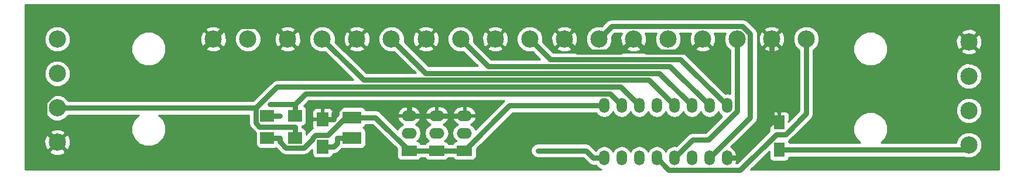
<source format=gbr>
G04 #@! TF.FileFunction,Copper,L1,Top,Signal*
%FSLAX46Y46*%
G04 Gerber Fmt 4.6, Leading zero omitted, Abs format (unit mm)*
G04 Created by KiCad (PCBNEW 4.0.6) date 02/01/18 18:05:22*
%MOMM*%
%LPD*%
G01*
G04 APERTURE LIST*
%ADD10C,0.100000*%
%ADD11O,1.501140X2.199640*%
%ADD12R,2.000000X1.700000*%
%ADD13C,2.500000*%
%ADD14R,2.697480X1.795780*%
%ADD15R,1.700000X2.000000*%
%ADD16R,2.199640X1.524000*%
%ADD17O,2.199640X1.524000*%
%ADD18R,1.600000X2.000000*%
%ADD19C,0.600000*%
%ADD20C,0.800000*%
%ADD21C,0.254000*%
G04 APERTURE END LIST*
D10*
D11*
X154264000Y-99194000D03*
X156804000Y-99194000D03*
X159344000Y-99194000D03*
X161884000Y-99194000D03*
X164424000Y-99194000D03*
X166964000Y-99194000D03*
X169504000Y-99194000D03*
X172044000Y-99194000D03*
X172044000Y-91574000D03*
X169504000Y-91574000D03*
X166964000Y-91574000D03*
X164424000Y-91574000D03*
X161884000Y-91574000D03*
X159344000Y-91574000D03*
X156804000Y-91574000D03*
X154264000Y-91574000D03*
D12*
X105554000Y-93034000D03*
X109554000Y-93034000D03*
X105554000Y-96284000D03*
X109554000Y-96284000D03*
D13*
X108504000Y-81884000D03*
X113504000Y-81884000D03*
X118504000Y-81884000D03*
X123504000Y-81884000D03*
X128504000Y-81884000D03*
X133504000Y-81884000D03*
X138504000Y-81884000D03*
X143504000Y-81884000D03*
X148504000Y-81884000D03*
X153504000Y-81884000D03*
X158504000Y-81884000D03*
X163504000Y-81884000D03*
X168504000Y-81884000D03*
X173504000Y-81884000D03*
X183504000Y-81884000D03*
X178504000Y-81884000D03*
X102754000Y-81884000D03*
X97754000Y-81884000D03*
D14*
X117804000Y-96282600D03*
X117804000Y-93285400D03*
D15*
X113554000Y-97534000D03*
X113554000Y-93534000D03*
D13*
X207010000Y-82289000D03*
X207010000Y-87289000D03*
X207010000Y-97289000D03*
X207010000Y-92289000D03*
X75184000Y-96908000D03*
X75184000Y-91908000D03*
X75184000Y-81908000D03*
X75184000Y-86908000D03*
D16*
X126054000Y-98124000D03*
D17*
X126054000Y-95584000D03*
X126054000Y-93044000D03*
D16*
X130054000Y-98124000D03*
D17*
X130054000Y-95584000D03*
X130054000Y-93044000D03*
D16*
X134054000Y-98124000D03*
D17*
X134054000Y-95584000D03*
X134054000Y-93044000D03*
D18*
X179578000Y-98012000D03*
X179578000Y-94012000D03*
D19*
X107354000Y-93034000D03*
X105898400Y-91384000D03*
X144683700Y-98109300D03*
D20*
X134054000Y-93044000D02*
X130054000Y-93044000D01*
X178504000Y-81884000D02*
X178504000Y-94012000D01*
X179578000Y-94012000D02*
X178591000Y-94012000D01*
X178591000Y-94012000D02*
X178504000Y-94012000D01*
X173594600Y-98921400D02*
X173594600Y-99194000D01*
X178504000Y-94012000D02*
X173594600Y-98921400D01*
X172044000Y-99194000D02*
X173594600Y-99194000D01*
X73330200Y-95054200D02*
X75184000Y-96908000D01*
X73330200Y-91074100D02*
X73330200Y-95054200D01*
X74996300Y-89408000D02*
X73330200Y-91074100D01*
X90230000Y-89408000D02*
X74996300Y-89408000D01*
X97754000Y-81884000D02*
X90230000Y-89408000D01*
X113554000Y-93534000D02*
X115204000Y-93534000D01*
X130054000Y-93044000D02*
X126054000Y-93044000D01*
X115204000Y-92709000D02*
X115204000Y-93534000D01*
X116431000Y-91482000D02*
X115204000Y-92709000D01*
X126054000Y-91482000D02*
X116431000Y-91482000D01*
X126054000Y-93044000D02*
X126054000Y-91482000D01*
X150355400Y-83735400D02*
X148504000Y-81884000D01*
X156652600Y-83735400D02*
X150355400Y-83735400D01*
X158504000Y-81884000D02*
X156652600Y-83735400D01*
X160355400Y-83735400D02*
X158504000Y-81884000D01*
X166652600Y-83735400D02*
X160355400Y-83735400D01*
X168504000Y-81884000D02*
X166652600Y-83735400D01*
X99610700Y-80027300D02*
X97754000Y-81884000D01*
X106647300Y-80027300D02*
X99610700Y-80027300D01*
X108504000Y-81884000D02*
X106647300Y-80027300D01*
X206287000Y-98012000D02*
X207010000Y-97289000D01*
X179578000Y-98012000D02*
X206287000Y-98012000D01*
X105554000Y-93034000D02*
X107354000Y-93034000D01*
X130054000Y-98124000D02*
X131953800Y-98124000D01*
X140604000Y-91574000D02*
X134054000Y-98124000D01*
X154264000Y-91574000D02*
X140604000Y-91574000D01*
X134054000Y-98124000D02*
X131953800Y-98124000D01*
X130054000Y-98124000D02*
X126054000Y-98124000D01*
X121215400Y-93285400D02*
X117804000Y-93285400D01*
X126054000Y-98124000D02*
X121215400Y-93285400D01*
X107354000Y-96828000D02*
X107354000Y-96284000D01*
X108260400Y-97734400D02*
X107354000Y-96828000D01*
X110823800Y-97734400D02*
X108260400Y-97734400D01*
X112103600Y-96454600D02*
X110823800Y-97734400D01*
X112103600Y-96271600D02*
X112103600Y-96454600D01*
X112541000Y-95834200D02*
X112103600Y-96271600D01*
X114350300Y-95834200D02*
X112541000Y-95834200D01*
X116899100Y-93285400D02*
X114350300Y-95834200D01*
X117804000Y-93285400D02*
X116899100Y-93285400D01*
X105554000Y-96284000D02*
X107354000Y-96284000D01*
X109554000Y-93034000D02*
X109554000Y-91384000D01*
X109554000Y-91384000D02*
X105898400Y-91384000D01*
X111075600Y-89862400D02*
X109554000Y-91384000D01*
X155092400Y-89862400D02*
X111075600Y-89862400D01*
X156804000Y-91574000D02*
X155092400Y-89862400D01*
X109554000Y-96284000D02*
X109554000Y-94634000D01*
X75184000Y-91908000D02*
X103941400Y-91908000D01*
X103941400Y-94122900D02*
X103941400Y-91908000D01*
X104452500Y-94634000D02*
X103941400Y-94122900D01*
X109554000Y-94634000D02*
X104452500Y-94634000D01*
X106991000Y-88858400D02*
X103941400Y-91908000D01*
X156628400Y-88858400D02*
X106991000Y-88858400D01*
X159344000Y-91574000D02*
X156628400Y-88858400D01*
X163631900Y-100941900D02*
X161884000Y-99194000D01*
X173952000Y-100941900D02*
X163631900Y-100941900D01*
X179140800Y-95753100D02*
X173952000Y-100941900D01*
X180497900Y-95753100D02*
X179140800Y-95753100D01*
X183504000Y-92747000D02*
X180497900Y-95753100D01*
X183504000Y-81884000D02*
X183504000Y-92747000D01*
X167045000Y-96573000D02*
X164424000Y-99194000D01*
X169334200Y-96573000D02*
X167045000Y-96573000D01*
X173504000Y-92403200D02*
X169334200Y-96573000D01*
X173504000Y-81884000D02*
X173504000Y-92403200D01*
X175387100Y-93310900D02*
X169504000Y-99194000D01*
X175387100Y-81118600D02*
X175387100Y-93310900D01*
X174287100Y-80018600D02*
X175387100Y-81118600D01*
X155369400Y-80018600D02*
X174287100Y-80018600D01*
X153504000Y-81884000D02*
X155369400Y-80018600D01*
X146477200Y-84857200D02*
X143504000Y-81884000D01*
X165327200Y-84857200D02*
X146477200Y-84857200D01*
X172044000Y-91574000D02*
X165327200Y-84857200D01*
X137477500Y-85857500D02*
X133504000Y-81884000D01*
X163787500Y-85857500D02*
X137477500Y-85857500D01*
X169504000Y-91574000D02*
X163787500Y-85857500D01*
X128477800Y-86857800D02*
X123504000Y-81884000D01*
X162247800Y-86857800D02*
X128477800Y-86857800D01*
X166964000Y-91574000D02*
X162247800Y-86857800D01*
X119478100Y-87858100D02*
X113504000Y-81884000D01*
X160708100Y-87858100D02*
X119478100Y-87858100D01*
X164424000Y-91574000D02*
X160708100Y-87858100D01*
X115655300Y-97082700D02*
X115204000Y-97534000D01*
X115655300Y-96282600D02*
X115655300Y-97082700D01*
X113554000Y-97534000D02*
X115204000Y-97534000D01*
X117804000Y-96282600D02*
X115655300Y-96282600D01*
X151628700Y-98109300D02*
X152713400Y-99194000D01*
X144683700Y-98109300D02*
X151628700Y-98109300D01*
X154264000Y-99194000D02*
X152713400Y-99194000D01*
D21*
G36*
X211380000Y-100890000D02*
X175467612Y-100890000D01*
X178130560Y-98227051D01*
X178130560Y-99012000D01*
X178174838Y-99247317D01*
X178313910Y-99463441D01*
X178526110Y-99608431D01*
X178778000Y-99659440D01*
X180378000Y-99659440D01*
X180613317Y-99615162D01*
X180829441Y-99476090D01*
X180974431Y-99263890D01*
X181018352Y-99047000D01*
X206286995Y-99047000D01*
X206287000Y-99047001D01*
X206314956Y-99041440D01*
X206633405Y-99173672D01*
X207383305Y-99174326D01*
X208076372Y-98887957D01*
X208607093Y-98358161D01*
X208894672Y-97665595D01*
X208895326Y-96915695D01*
X208608957Y-96222628D01*
X208079161Y-95691907D01*
X207386595Y-95404328D01*
X206636695Y-95403674D01*
X205943628Y-95690043D01*
X205412907Y-96219839D01*
X205125328Y-96912405D01*
X205125272Y-96977000D01*
X194318931Y-96977000D01*
X194891452Y-96405477D01*
X195270568Y-95492466D01*
X195271430Y-94503872D01*
X194893909Y-93590200D01*
X194195477Y-92890548D01*
X193645808Y-92662305D01*
X205124674Y-92662305D01*
X205411043Y-93355372D01*
X205940839Y-93886093D01*
X206633405Y-94173672D01*
X207383305Y-94174326D01*
X208076372Y-93887957D01*
X208607093Y-93358161D01*
X208894672Y-92665595D01*
X208895326Y-91915695D01*
X208608957Y-91222628D01*
X208079161Y-90691907D01*
X207386595Y-90404328D01*
X206636695Y-90403674D01*
X205943628Y-90690043D01*
X205412907Y-91219839D01*
X205125328Y-91912405D01*
X205124674Y-92662305D01*
X193645808Y-92662305D01*
X193282466Y-92511432D01*
X192293872Y-92510570D01*
X191380200Y-92888091D01*
X190680548Y-93586523D01*
X190301432Y-94499534D01*
X190300570Y-95488128D01*
X190678091Y-96401800D01*
X191252288Y-96977000D01*
X181018854Y-96977000D01*
X180981162Y-96776683D01*
X180924632Y-96688832D01*
X181229756Y-96484956D01*
X184235853Y-93478858D01*
X184235856Y-93478856D01*
X184444441Y-93166685D01*
X184460215Y-93143078D01*
X184539000Y-92747000D01*
X184539000Y-87662305D01*
X205124674Y-87662305D01*
X205411043Y-88355372D01*
X205940839Y-88886093D01*
X206633405Y-89173672D01*
X207383305Y-89174326D01*
X208076372Y-88887957D01*
X208607093Y-88358161D01*
X208894672Y-87665595D01*
X208895326Y-86915695D01*
X208608957Y-86222628D01*
X208079161Y-85691907D01*
X207386595Y-85404328D01*
X206636695Y-85403674D01*
X205943628Y-85690043D01*
X205412907Y-86219839D01*
X205125328Y-86912405D01*
X205124674Y-87662305D01*
X184539000Y-87662305D01*
X184539000Y-83804128D01*
X190300570Y-83804128D01*
X190678091Y-84717800D01*
X191376523Y-85417452D01*
X192289534Y-85796568D01*
X193278128Y-85797430D01*
X194191800Y-85419909D01*
X194891452Y-84721477D01*
X195270568Y-83808466D01*
X195270730Y-83622320D01*
X205856285Y-83622320D01*
X205985533Y-83915123D01*
X206685806Y-84183388D01*
X207435435Y-84163250D01*
X208034467Y-83915123D01*
X208163715Y-83622320D01*
X207010000Y-82468605D01*
X205856285Y-83622320D01*
X195270730Y-83622320D01*
X195271430Y-82819872D01*
X194918125Y-81964806D01*
X205115612Y-81964806D01*
X205135750Y-82714435D01*
X205383877Y-83313467D01*
X205676680Y-83442715D01*
X206830395Y-82289000D01*
X207189605Y-82289000D01*
X208343320Y-83442715D01*
X208636123Y-83313467D01*
X208904388Y-82613194D01*
X208884250Y-81863565D01*
X208636123Y-81264533D01*
X208343320Y-81135285D01*
X207189605Y-82289000D01*
X206830395Y-82289000D01*
X205676680Y-81135285D01*
X205383877Y-81264533D01*
X205115612Y-81964806D01*
X194918125Y-81964806D01*
X194893909Y-81906200D01*
X194195477Y-81206548D01*
X193591321Y-80955680D01*
X205856285Y-80955680D01*
X207010000Y-82109395D01*
X208163715Y-80955680D01*
X208034467Y-80662877D01*
X207334194Y-80394612D01*
X206584565Y-80414750D01*
X205985533Y-80662877D01*
X205856285Y-80955680D01*
X193591321Y-80955680D01*
X193282466Y-80827432D01*
X192293872Y-80826570D01*
X191380200Y-81204091D01*
X190680548Y-81902523D01*
X190301432Y-82815534D01*
X190300570Y-83804128D01*
X184539000Y-83804128D01*
X184539000Y-83495920D01*
X184570372Y-83482957D01*
X185101093Y-82953161D01*
X185388672Y-82260595D01*
X185389326Y-81510695D01*
X185102957Y-80817628D01*
X184573161Y-80286907D01*
X183880595Y-79999328D01*
X183130695Y-79998674D01*
X182437628Y-80285043D01*
X181906907Y-80814839D01*
X181619328Y-81507405D01*
X181618674Y-82257305D01*
X181905043Y-82950372D01*
X182434839Y-83481093D01*
X182469000Y-83495278D01*
X182469000Y-92318289D01*
X180902290Y-93884998D01*
X180854252Y-93884998D01*
X181013000Y-93726250D01*
X181013000Y-92885691D01*
X180916327Y-92652302D01*
X180737699Y-92473673D01*
X180504310Y-92377000D01*
X179863750Y-92377000D01*
X179705000Y-92535750D01*
X179705000Y-93885000D01*
X179725000Y-93885000D01*
X179725000Y-94139000D01*
X179705000Y-94139000D01*
X179705000Y-94159000D01*
X179451000Y-94159000D01*
X179451000Y-94139000D01*
X178301750Y-94139000D01*
X178143000Y-94297750D01*
X178143000Y-95138309D01*
X178186606Y-95243583D01*
X173523288Y-99906900D01*
X173359529Y-99906900D01*
X173429570Y-99670250D01*
X173429570Y-99321000D01*
X172171000Y-99321000D01*
X172171000Y-99341000D01*
X171917000Y-99341000D01*
X171917000Y-99321000D01*
X171897000Y-99321000D01*
X171897000Y-99067000D01*
X171917000Y-99067000D01*
X171917000Y-99047000D01*
X172171000Y-99047000D01*
X172171000Y-99067000D01*
X173429570Y-99067000D01*
X173429570Y-98717750D01*
X173275499Y-98197183D01*
X172933944Y-97775202D01*
X172579215Y-97582496D01*
X176118953Y-94042758D01*
X176118956Y-94042756D01*
X176343315Y-93706977D01*
X176349122Y-93677785D01*
X176422101Y-93310900D01*
X176422100Y-93310895D01*
X176422100Y-92885691D01*
X178143000Y-92885691D01*
X178143000Y-93726250D01*
X178301750Y-93885000D01*
X179451000Y-93885000D01*
X179451000Y-92535750D01*
X179292250Y-92377000D01*
X178651690Y-92377000D01*
X178418301Y-92473673D01*
X178239673Y-92652302D01*
X178143000Y-92885691D01*
X176422100Y-92885691D01*
X176422100Y-83217320D01*
X177350285Y-83217320D01*
X177479533Y-83510123D01*
X178179806Y-83778388D01*
X178929435Y-83758250D01*
X179528467Y-83510123D01*
X179657715Y-83217320D01*
X178504000Y-82063605D01*
X177350285Y-83217320D01*
X176422100Y-83217320D01*
X176422100Y-81559806D01*
X176609612Y-81559806D01*
X176629750Y-82309435D01*
X176877877Y-82908467D01*
X177170680Y-83037715D01*
X178324395Y-81884000D01*
X178683605Y-81884000D01*
X179837320Y-83037715D01*
X180130123Y-82908467D01*
X180398388Y-82208194D01*
X180378250Y-81458565D01*
X180130123Y-80859533D01*
X179837320Y-80730285D01*
X178683605Y-81884000D01*
X178324395Y-81884000D01*
X177170680Y-80730285D01*
X176877877Y-80859533D01*
X176609612Y-81559806D01*
X176422100Y-81559806D01*
X176422100Y-81118605D01*
X176422101Y-81118600D01*
X176343315Y-80722523D01*
X176228494Y-80550680D01*
X177350285Y-80550680D01*
X178504000Y-81704395D01*
X179657715Y-80550680D01*
X179528467Y-80257877D01*
X178828194Y-79989612D01*
X178078565Y-80009750D01*
X177479533Y-80257877D01*
X177350285Y-80550680D01*
X176228494Y-80550680D01*
X176118956Y-80386744D01*
X176118953Y-80386742D01*
X175018956Y-79286744D01*
X174683177Y-79062385D01*
X174287100Y-78983599D01*
X174287095Y-78983600D01*
X155369405Y-78983600D01*
X155369400Y-78983599D01*
X154973323Y-79062385D01*
X154637544Y-79286744D01*
X153911943Y-80012345D01*
X153880595Y-79999328D01*
X153130695Y-79998674D01*
X152437628Y-80285043D01*
X151906907Y-80814839D01*
X151619328Y-81507405D01*
X151618674Y-82257305D01*
X151905043Y-82950372D01*
X152434839Y-83481093D01*
X153127405Y-83768672D01*
X153877305Y-83769326D01*
X154570372Y-83482957D01*
X154836472Y-83217320D01*
X157350285Y-83217320D01*
X157479533Y-83510123D01*
X158179806Y-83778388D01*
X158929435Y-83758250D01*
X159528467Y-83510123D01*
X159657715Y-83217320D01*
X158504000Y-82063605D01*
X157350285Y-83217320D01*
X154836472Y-83217320D01*
X155101093Y-82953161D01*
X155388672Y-82260595D01*
X155389326Y-81510695D01*
X155375201Y-81476511D01*
X155798112Y-81053600D01*
X156803533Y-81053600D01*
X156609612Y-81559806D01*
X156629750Y-82309435D01*
X156877877Y-82908467D01*
X157170680Y-83037715D01*
X158324395Y-81884000D01*
X158310253Y-81869858D01*
X158489858Y-81690253D01*
X158504000Y-81704395D01*
X158518143Y-81690253D01*
X158697748Y-81869858D01*
X158683605Y-81884000D01*
X159837320Y-83037715D01*
X160130123Y-82908467D01*
X160398388Y-82208194D01*
X160378250Y-81458565D01*
X160210508Y-81053600D01*
X161807765Y-81053600D01*
X161619328Y-81507405D01*
X161618674Y-82257305D01*
X161905043Y-82950372D01*
X162434839Y-83481093D01*
X163127405Y-83768672D01*
X163877305Y-83769326D01*
X164570372Y-83482957D01*
X164836472Y-83217320D01*
X167350285Y-83217320D01*
X167479533Y-83510123D01*
X168179806Y-83778388D01*
X168929435Y-83758250D01*
X169528467Y-83510123D01*
X169657715Y-83217320D01*
X168504000Y-82063605D01*
X167350285Y-83217320D01*
X164836472Y-83217320D01*
X165101093Y-82953161D01*
X165388672Y-82260595D01*
X165389326Y-81510695D01*
X165200458Y-81053600D01*
X166803533Y-81053600D01*
X166609612Y-81559806D01*
X166629750Y-82309435D01*
X166877877Y-82908467D01*
X167170680Y-83037715D01*
X168324395Y-81884000D01*
X168310253Y-81869858D01*
X168489858Y-81690253D01*
X168504000Y-81704395D01*
X168518143Y-81690253D01*
X168697748Y-81869858D01*
X168683605Y-81884000D01*
X169837320Y-83037715D01*
X170130123Y-82908467D01*
X170398388Y-82208194D01*
X170378250Y-81458565D01*
X170210508Y-81053600D01*
X171807765Y-81053600D01*
X171619328Y-81507405D01*
X171618674Y-82257305D01*
X171905043Y-82950372D01*
X172434839Y-83481093D01*
X172469000Y-83495278D01*
X172469000Y-89889731D01*
X172044000Y-89805193D01*
X171789523Y-89855812D01*
X166059056Y-84125344D01*
X165723277Y-83900985D01*
X165327200Y-83822199D01*
X165327195Y-83822200D01*
X146905911Y-83822200D01*
X146301032Y-83217320D01*
X147350285Y-83217320D01*
X147479533Y-83510123D01*
X148179806Y-83778388D01*
X148929435Y-83758250D01*
X149528467Y-83510123D01*
X149657715Y-83217320D01*
X148504000Y-82063605D01*
X147350285Y-83217320D01*
X146301032Y-83217320D01*
X145375655Y-82291943D01*
X145388672Y-82260595D01*
X145389283Y-81559806D01*
X146609612Y-81559806D01*
X146629750Y-82309435D01*
X146877877Y-82908467D01*
X147170680Y-83037715D01*
X148324395Y-81884000D01*
X148683605Y-81884000D01*
X149837320Y-83037715D01*
X150130123Y-82908467D01*
X150398388Y-82208194D01*
X150378250Y-81458565D01*
X150130123Y-80859533D01*
X149837320Y-80730285D01*
X148683605Y-81884000D01*
X148324395Y-81884000D01*
X147170680Y-80730285D01*
X146877877Y-80859533D01*
X146609612Y-81559806D01*
X145389283Y-81559806D01*
X145389326Y-81510695D01*
X145102957Y-80817628D01*
X144836475Y-80550680D01*
X147350285Y-80550680D01*
X148504000Y-81704395D01*
X149657715Y-80550680D01*
X149528467Y-80257877D01*
X148828194Y-79989612D01*
X148078565Y-80009750D01*
X147479533Y-80257877D01*
X147350285Y-80550680D01*
X144836475Y-80550680D01*
X144573161Y-80286907D01*
X143880595Y-79999328D01*
X143130695Y-79998674D01*
X142437628Y-80285043D01*
X141906907Y-80814839D01*
X141619328Y-81507405D01*
X141618674Y-82257305D01*
X141905043Y-82950372D01*
X142434839Y-83481093D01*
X143127405Y-83768672D01*
X143877305Y-83769326D01*
X143911490Y-83755201D01*
X144978789Y-84822500D01*
X137906211Y-84822500D01*
X136301032Y-83217320D01*
X137350285Y-83217320D01*
X137479533Y-83510123D01*
X138179806Y-83778388D01*
X138929435Y-83758250D01*
X139528467Y-83510123D01*
X139657715Y-83217320D01*
X138504000Y-82063605D01*
X137350285Y-83217320D01*
X136301032Y-83217320D01*
X135375655Y-82291943D01*
X135388672Y-82260595D01*
X135389283Y-81559806D01*
X136609612Y-81559806D01*
X136629750Y-82309435D01*
X136877877Y-82908467D01*
X137170680Y-83037715D01*
X138324395Y-81884000D01*
X138683605Y-81884000D01*
X139837320Y-83037715D01*
X140130123Y-82908467D01*
X140398388Y-82208194D01*
X140378250Y-81458565D01*
X140130123Y-80859533D01*
X139837320Y-80730285D01*
X138683605Y-81884000D01*
X138324395Y-81884000D01*
X137170680Y-80730285D01*
X136877877Y-80859533D01*
X136609612Y-81559806D01*
X135389283Y-81559806D01*
X135389326Y-81510695D01*
X135102957Y-80817628D01*
X134836475Y-80550680D01*
X137350285Y-80550680D01*
X138504000Y-81704395D01*
X139657715Y-80550680D01*
X139528467Y-80257877D01*
X138828194Y-79989612D01*
X138078565Y-80009750D01*
X137479533Y-80257877D01*
X137350285Y-80550680D01*
X134836475Y-80550680D01*
X134573161Y-80286907D01*
X133880595Y-79999328D01*
X133130695Y-79998674D01*
X132437628Y-80285043D01*
X131906907Y-80814839D01*
X131619328Y-81507405D01*
X131618674Y-82257305D01*
X131905043Y-82950372D01*
X132434839Y-83481093D01*
X133127405Y-83768672D01*
X133877305Y-83769326D01*
X133911490Y-83755201D01*
X135979089Y-85822800D01*
X128906511Y-85822800D01*
X126301032Y-83217320D01*
X127350285Y-83217320D01*
X127479533Y-83510123D01*
X128179806Y-83778388D01*
X128929435Y-83758250D01*
X129528467Y-83510123D01*
X129657715Y-83217320D01*
X128504000Y-82063605D01*
X127350285Y-83217320D01*
X126301032Y-83217320D01*
X125375655Y-82291943D01*
X125388672Y-82260595D01*
X125389283Y-81559806D01*
X126609612Y-81559806D01*
X126629750Y-82309435D01*
X126877877Y-82908467D01*
X127170680Y-83037715D01*
X128324395Y-81884000D01*
X128683605Y-81884000D01*
X129837320Y-83037715D01*
X130130123Y-82908467D01*
X130398388Y-82208194D01*
X130378250Y-81458565D01*
X130130123Y-80859533D01*
X129837320Y-80730285D01*
X128683605Y-81884000D01*
X128324395Y-81884000D01*
X127170680Y-80730285D01*
X126877877Y-80859533D01*
X126609612Y-81559806D01*
X125389283Y-81559806D01*
X125389326Y-81510695D01*
X125102957Y-80817628D01*
X124836475Y-80550680D01*
X127350285Y-80550680D01*
X128504000Y-81704395D01*
X129657715Y-80550680D01*
X129528467Y-80257877D01*
X128828194Y-79989612D01*
X128078565Y-80009750D01*
X127479533Y-80257877D01*
X127350285Y-80550680D01*
X124836475Y-80550680D01*
X124573161Y-80286907D01*
X123880595Y-79999328D01*
X123130695Y-79998674D01*
X122437628Y-80285043D01*
X121906907Y-80814839D01*
X121619328Y-81507405D01*
X121618674Y-82257305D01*
X121905043Y-82950372D01*
X122434839Y-83481093D01*
X123127405Y-83768672D01*
X123877305Y-83769326D01*
X123911490Y-83755201D01*
X126979389Y-86823100D01*
X119906811Y-86823100D01*
X116301032Y-83217320D01*
X117350285Y-83217320D01*
X117479533Y-83510123D01*
X118179806Y-83778388D01*
X118929435Y-83758250D01*
X119528467Y-83510123D01*
X119657715Y-83217320D01*
X118504000Y-82063605D01*
X117350285Y-83217320D01*
X116301032Y-83217320D01*
X115375655Y-82291943D01*
X115388672Y-82260595D01*
X115389283Y-81559806D01*
X116609612Y-81559806D01*
X116629750Y-82309435D01*
X116877877Y-82908467D01*
X117170680Y-83037715D01*
X118324395Y-81884000D01*
X118683605Y-81884000D01*
X119837320Y-83037715D01*
X120130123Y-82908467D01*
X120398388Y-82208194D01*
X120378250Y-81458565D01*
X120130123Y-80859533D01*
X119837320Y-80730285D01*
X118683605Y-81884000D01*
X118324395Y-81884000D01*
X117170680Y-80730285D01*
X116877877Y-80859533D01*
X116609612Y-81559806D01*
X115389283Y-81559806D01*
X115389326Y-81510695D01*
X115102957Y-80817628D01*
X114836475Y-80550680D01*
X117350285Y-80550680D01*
X118504000Y-81704395D01*
X119657715Y-80550680D01*
X119528467Y-80257877D01*
X118828194Y-79989612D01*
X118078565Y-80009750D01*
X117479533Y-80257877D01*
X117350285Y-80550680D01*
X114836475Y-80550680D01*
X114573161Y-80286907D01*
X113880595Y-79999328D01*
X113130695Y-79998674D01*
X112437628Y-80285043D01*
X111906907Y-80814839D01*
X111619328Y-81507405D01*
X111618674Y-82257305D01*
X111905043Y-82950372D01*
X112434839Y-83481093D01*
X113127405Y-83768672D01*
X113877305Y-83769326D01*
X113911489Y-83755201D01*
X117979689Y-87823400D01*
X106991005Y-87823400D01*
X106991000Y-87823399D01*
X106642104Y-87892800D01*
X106594923Y-87902185D01*
X106259144Y-88126544D01*
X106259142Y-88126547D01*
X103512688Y-90873000D01*
X76795920Y-90873000D01*
X76782957Y-90841628D01*
X76253161Y-90310907D01*
X75560595Y-90023328D01*
X74810695Y-90022674D01*
X74117628Y-90309043D01*
X73586907Y-90838839D01*
X73299328Y-91531405D01*
X73298674Y-92281305D01*
X73585043Y-92974372D01*
X74114839Y-93505093D01*
X74807405Y-93792672D01*
X75557305Y-93793326D01*
X76250372Y-93506957D01*
X76781093Y-92977161D01*
X76795278Y-92943000D01*
X86931195Y-92943000D01*
X86286548Y-93586523D01*
X85907432Y-94499534D01*
X85906570Y-95488128D01*
X86284091Y-96401800D01*
X86982523Y-97101452D01*
X87895534Y-97480568D01*
X88884128Y-97481430D01*
X89797800Y-97103909D01*
X90497452Y-96405477D01*
X90876568Y-95492466D01*
X90877430Y-94503872D01*
X90499909Y-93590200D01*
X89853838Y-92943000D01*
X102906400Y-92943000D01*
X102906400Y-94122895D01*
X102906399Y-94122900D01*
X102985185Y-94518977D01*
X103209544Y-94854756D01*
X103720642Y-95365853D01*
X103720644Y-95365856D01*
X103906560Y-95490080D01*
X103906560Y-97134000D01*
X103950838Y-97369317D01*
X104089910Y-97585441D01*
X104302110Y-97730431D01*
X104554000Y-97781440D01*
X106554000Y-97781440D01*
X106789317Y-97737162D01*
X106795483Y-97733194D01*
X107528542Y-98466253D01*
X107528544Y-98466256D01*
X107682314Y-98569001D01*
X107864322Y-98690615D01*
X108260400Y-98769401D01*
X108260405Y-98769400D01*
X110823795Y-98769400D01*
X110823800Y-98769401D01*
X111219877Y-98690615D01*
X111555656Y-98466256D01*
X112056560Y-97965352D01*
X112056560Y-98534000D01*
X112100838Y-98769317D01*
X112239910Y-98985441D01*
X112452110Y-99130431D01*
X112704000Y-99181440D01*
X114404000Y-99181440D01*
X114639317Y-99137162D01*
X114855441Y-98998090D01*
X115000431Y-98785890D01*
X115044352Y-98569000D01*
X115203995Y-98569000D01*
X115204000Y-98569001D01*
X115600077Y-98490215D01*
X115935856Y-98265856D01*
X116387153Y-97814558D01*
X116387156Y-97814556D01*
X116387402Y-97814188D01*
X116455260Y-97827930D01*
X119152740Y-97827930D01*
X119388057Y-97783652D01*
X119604181Y-97644580D01*
X119749171Y-97432380D01*
X119800180Y-97180490D01*
X119800180Y-95384710D01*
X119755902Y-95149393D01*
X119616830Y-94933269D01*
X119404630Y-94788279D01*
X119389864Y-94785289D01*
X119604181Y-94647380D01*
X119749171Y-94435180D01*
X119772415Y-94320400D01*
X120786688Y-94320400D01*
X124306740Y-97840451D01*
X124306740Y-98886000D01*
X124351018Y-99121317D01*
X124490090Y-99337441D01*
X124702290Y-99482431D01*
X124954180Y-99533440D01*
X127153820Y-99533440D01*
X127389137Y-99489162D01*
X127605261Y-99350090D01*
X127735827Y-99159000D01*
X128375266Y-99159000D01*
X128490090Y-99337441D01*
X128702290Y-99482431D01*
X128954180Y-99533440D01*
X131153820Y-99533440D01*
X131389137Y-99489162D01*
X131605261Y-99350090D01*
X131735827Y-99159000D01*
X132375266Y-99159000D01*
X132490090Y-99337441D01*
X132702290Y-99482431D01*
X132954180Y-99533440D01*
X135153820Y-99533440D01*
X135389137Y-99489162D01*
X135605261Y-99350090D01*
X135750251Y-99137890D01*
X135801260Y-98886000D01*
X135801260Y-97840452D01*
X141032711Y-92609000D01*
X153065103Y-92609000D01*
X153284254Y-92936983D01*
X153733765Y-93237337D01*
X154264000Y-93342807D01*
X154794235Y-93237337D01*
X155243746Y-92936983D01*
X155534000Y-92502588D01*
X155824254Y-92936983D01*
X156273765Y-93237337D01*
X156804000Y-93342807D01*
X157334235Y-93237337D01*
X157783746Y-92936983D01*
X158074000Y-92502588D01*
X158364254Y-92936983D01*
X158813765Y-93237337D01*
X159344000Y-93342807D01*
X159874235Y-93237337D01*
X160323746Y-92936983D01*
X160614000Y-92502588D01*
X160904254Y-92936983D01*
X161353765Y-93237337D01*
X161884000Y-93342807D01*
X162414235Y-93237337D01*
X162863746Y-92936983D01*
X163154000Y-92502588D01*
X163444254Y-92936983D01*
X163893765Y-93237337D01*
X164424000Y-93342807D01*
X164954235Y-93237337D01*
X165403746Y-92936983D01*
X165694000Y-92502588D01*
X165984254Y-92936983D01*
X166433765Y-93237337D01*
X166964000Y-93342807D01*
X167494235Y-93237337D01*
X167943746Y-92936983D01*
X168234000Y-92502588D01*
X168524254Y-92936983D01*
X168973765Y-93237337D01*
X169504000Y-93342807D01*
X170034235Y-93237337D01*
X170483746Y-92936983D01*
X170774000Y-92502588D01*
X171064254Y-92936983D01*
X171329364Y-93114124D01*
X168905488Y-95538000D01*
X167045005Y-95538000D01*
X167045000Y-95537999D01*
X166648923Y-95616785D01*
X166313144Y-95841144D01*
X166313142Y-95841147D01*
X164678477Y-97475811D01*
X164424000Y-97425193D01*
X163893765Y-97530663D01*
X163444254Y-97831017D01*
X163154000Y-98265412D01*
X162863746Y-97831017D01*
X162414235Y-97530663D01*
X161884000Y-97425193D01*
X161353765Y-97530663D01*
X160904254Y-97831017D01*
X160614000Y-98265412D01*
X160323746Y-97831017D01*
X159874235Y-97530663D01*
X159344000Y-97425193D01*
X158813765Y-97530663D01*
X158364254Y-97831017D01*
X158074000Y-98265412D01*
X157783746Y-97831017D01*
X157334235Y-97530663D01*
X156804000Y-97425193D01*
X156273765Y-97530663D01*
X155824254Y-97831017D01*
X155534000Y-98265412D01*
X155243746Y-97831017D01*
X154794235Y-97530663D01*
X154264000Y-97425193D01*
X153733765Y-97530663D01*
X153284254Y-97831017D01*
X153095948Y-98112837D01*
X152360556Y-97377444D01*
X152024777Y-97153085D01*
X151628700Y-97074299D01*
X151628695Y-97074300D01*
X144683700Y-97074300D01*
X144287623Y-97153085D01*
X143951844Y-97377444D01*
X143727485Y-97713223D01*
X143648700Y-98109300D01*
X143727485Y-98505377D01*
X143951844Y-98841156D01*
X144287623Y-99065515D01*
X144683700Y-99144300D01*
X151199988Y-99144300D01*
X151981542Y-99925853D01*
X151981544Y-99925856D01*
X152182829Y-100060349D01*
X152317322Y-100150215D01*
X152713400Y-100229000D01*
X153065103Y-100229000D01*
X153284254Y-100556983D01*
X153733765Y-100857337D01*
X153897973Y-100890000D01*
X70560000Y-100890000D01*
X70560000Y-98241320D01*
X74030285Y-98241320D01*
X74159533Y-98534123D01*
X74859806Y-98802388D01*
X75609435Y-98782250D01*
X76208467Y-98534123D01*
X76337715Y-98241320D01*
X75184000Y-97087605D01*
X74030285Y-98241320D01*
X70560000Y-98241320D01*
X70560000Y-96583806D01*
X73289612Y-96583806D01*
X73309750Y-97333435D01*
X73557877Y-97932467D01*
X73850680Y-98061715D01*
X75004395Y-96908000D01*
X75363605Y-96908000D01*
X76517320Y-98061715D01*
X76810123Y-97932467D01*
X77078388Y-97232194D01*
X77058250Y-96482565D01*
X76810123Y-95883533D01*
X76517320Y-95754285D01*
X75363605Y-96908000D01*
X75004395Y-96908000D01*
X73850680Y-95754285D01*
X73557877Y-95883533D01*
X73289612Y-96583806D01*
X70560000Y-96583806D01*
X70560000Y-95574680D01*
X74030285Y-95574680D01*
X75184000Y-96728395D01*
X76337715Y-95574680D01*
X76208467Y-95281877D01*
X75508194Y-95013612D01*
X74758565Y-95033750D01*
X74159533Y-95281877D01*
X74030285Y-95574680D01*
X70560000Y-95574680D01*
X70560000Y-87281305D01*
X73298674Y-87281305D01*
X73585043Y-87974372D01*
X74114839Y-88505093D01*
X74807405Y-88792672D01*
X75557305Y-88793326D01*
X76250372Y-88506957D01*
X76781093Y-87977161D01*
X77068672Y-87284595D01*
X77069326Y-86534695D01*
X76782957Y-85841628D01*
X76253161Y-85310907D01*
X75560595Y-85023328D01*
X74810695Y-85022674D01*
X74117628Y-85309043D01*
X73586907Y-85838839D01*
X73299328Y-86531405D01*
X73298674Y-87281305D01*
X70560000Y-87281305D01*
X70560000Y-83804128D01*
X85906570Y-83804128D01*
X86284091Y-84717800D01*
X86982523Y-85417452D01*
X87895534Y-85796568D01*
X88884128Y-85797430D01*
X89797800Y-85419909D01*
X90497452Y-84721477D01*
X90876568Y-83808466D01*
X90877083Y-83217320D01*
X96600285Y-83217320D01*
X96729533Y-83510123D01*
X97429806Y-83778388D01*
X98179435Y-83758250D01*
X98778467Y-83510123D01*
X98907715Y-83217320D01*
X97754000Y-82063605D01*
X96600285Y-83217320D01*
X90877083Y-83217320D01*
X90877430Y-82819872D01*
X90499909Y-81906200D01*
X90154120Y-81559806D01*
X95859612Y-81559806D01*
X95879750Y-82309435D01*
X96127877Y-82908467D01*
X96420680Y-83037715D01*
X97574395Y-81884000D01*
X97933605Y-81884000D01*
X99087320Y-83037715D01*
X99380123Y-82908467D01*
X99629574Y-82257305D01*
X100868674Y-82257305D01*
X101155043Y-82950372D01*
X101684839Y-83481093D01*
X102377405Y-83768672D01*
X103127305Y-83769326D01*
X103820372Y-83482957D01*
X104086472Y-83217320D01*
X107350285Y-83217320D01*
X107479533Y-83510123D01*
X108179806Y-83778388D01*
X108929435Y-83758250D01*
X109528467Y-83510123D01*
X109657715Y-83217320D01*
X108504000Y-82063605D01*
X107350285Y-83217320D01*
X104086472Y-83217320D01*
X104351093Y-82953161D01*
X104638672Y-82260595D01*
X104639283Y-81559806D01*
X106609612Y-81559806D01*
X106629750Y-82309435D01*
X106877877Y-82908467D01*
X107170680Y-83037715D01*
X108324395Y-81884000D01*
X108683605Y-81884000D01*
X109837320Y-83037715D01*
X110130123Y-82908467D01*
X110398388Y-82208194D01*
X110378250Y-81458565D01*
X110130123Y-80859533D01*
X109837320Y-80730285D01*
X108683605Y-81884000D01*
X108324395Y-81884000D01*
X107170680Y-80730285D01*
X106877877Y-80859533D01*
X106609612Y-81559806D01*
X104639283Y-81559806D01*
X104639326Y-81510695D01*
X104352957Y-80817628D01*
X104086475Y-80550680D01*
X107350285Y-80550680D01*
X108504000Y-81704395D01*
X109657715Y-80550680D01*
X109528467Y-80257877D01*
X108828194Y-79989612D01*
X108078565Y-80009750D01*
X107479533Y-80257877D01*
X107350285Y-80550680D01*
X104086475Y-80550680D01*
X103823161Y-80286907D01*
X103130595Y-79999328D01*
X102380695Y-79998674D01*
X101687628Y-80285043D01*
X101156907Y-80814839D01*
X100869328Y-81507405D01*
X100868674Y-82257305D01*
X99629574Y-82257305D01*
X99648388Y-82208194D01*
X99628250Y-81458565D01*
X99380123Y-80859533D01*
X99087320Y-80730285D01*
X97933605Y-81884000D01*
X97574395Y-81884000D01*
X96420680Y-80730285D01*
X96127877Y-80859533D01*
X95859612Y-81559806D01*
X90154120Y-81559806D01*
X89801477Y-81206548D01*
X88888466Y-80827432D01*
X87899872Y-80826570D01*
X86986200Y-81204091D01*
X86286548Y-81902523D01*
X85907432Y-82815534D01*
X85906570Y-83804128D01*
X70560000Y-83804128D01*
X70560000Y-82281305D01*
X73298674Y-82281305D01*
X73585043Y-82974372D01*
X74114839Y-83505093D01*
X74807405Y-83792672D01*
X75557305Y-83793326D01*
X76250372Y-83506957D01*
X76781093Y-82977161D01*
X77068672Y-82284595D01*
X77069326Y-81534695D01*
X76782957Y-80841628D01*
X76492517Y-80550680D01*
X96600285Y-80550680D01*
X97754000Y-81704395D01*
X98907715Y-80550680D01*
X98778467Y-80257877D01*
X98078194Y-79989612D01*
X97328565Y-80009750D01*
X96729533Y-80257877D01*
X96600285Y-80550680D01*
X76492517Y-80550680D01*
X76253161Y-80310907D01*
X75560595Y-80023328D01*
X74810695Y-80022674D01*
X74117628Y-80309043D01*
X73586907Y-80838839D01*
X73299328Y-81531405D01*
X73298674Y-82281305D01*
X70560000Y-82281305D01*
X70560000Y-76910000D01*
X211380000Y-76910000D01*
X211380000Y-100890000D01*
X211380000Y-100890000D01*
G37*
X211380000Y-100890000D02*
X175467612Y-100890000D01*
X178130560Y-98227051D01*
X178130560Y-99012000D01*
X178174838Y-99247317D01*
X178313910Y-99463441D01*
X178526110Y-99608431D01*
X178778000Y-99659440D01*
X180378000Y-99659440D01*
X180613317Y-99615162D01*
X180829441Y-99476090D01*
X180974431Y-99263890D01*
X181018352Y-99047000D01*
X206286995Y-99047000D01*
X206287000Y-99047001D01*
X206314956Y-99041440D01*
X206633405Y-99173672D01*
X207383305Y-99174326D01*
X208076372Y-98887957D01*
X208607093Y-98358161D01*
X208894672Y-97665595D01*
X208895326Y-96915695D01*
X208608957Y-96222628D01*
X208079161Y-95691907D01*
X207386595Y-95404328D01*
X206636695Y-95403674D01*
X205943628Y-95690043D01*
X205412907Y-96219839D01*
X205125328Y-96912405D01*
X205125272Y-96977000D01*
X194318931Y-96977000D01*
X194891452Y-96405477D01*
X195270568Y-95492466D01*
X195271430Y-94503872D01*
X194893909Y-93590200D01*
X194195477Y-92890548D01*
X193645808Y-92662305D01*
X205124674Y-92662305D01*
X205411043Y-93355372D01*
X205940839Y-93886093D01*
X206633405Y-94173672D01*
X207383305Y-94174326D01*
X208076372Y-93887957D01*
X208607093Y-93358161D01*
X208894672Y-92665595D01*
X208895326Y-91915695D01*
X208608957Y-91222628D01*
X208079161Y-90691907D01*
X207386595Y-90404328D01*
X206636695Y-90403674D01*
X205943628Y-90690043D01*
X205412907Y-91219839D01*
X205125328Y-91912405D01*
X205124674Y-92662305D01*
X193645808Y-92662305D01*
X193282466Y-92511432D01*
X192293872Y-92510570D01*
X191380200Y-92888091D01*
X190680548Y-93586523D01*
X190301432Y-94499534D01*
X190300570Y-95488128D01*
X190678091Y-96401800D01*
X191252288Y-96977000D01*
X181018854Y-96977000D01*
X180981162Y-96776683D01*
X180924632Y-96688832D01*
X181229756Y-96484956D01*
X184235853Y-93478858D01*
X184235856Y-93478856D01*
X184444441Y-93166685D01*
X184460215Y-93143078D01*
X184539000Y-92747000D01*
X184539000Y-87662305D01*
X205124674Y-87662305D01*
X205411043Y-88355372D01*
X205940839Y-88886093D01*
X206633405Y-89173672D01*
X207383305Y-89174326D01*
X208076372Y-88887957D01*
X208607093Y-88358161D01*
X208894672Y-87665595D01*
X208895326Y-86915695D01*
X208608957Y-86222628D01*
X208079161Y-85691907D01*
X207386595Y-85404328D01*
X206636695Y-85403674D01*
X205943628Y-85690043D01*
X205412907Y-86219839D01*
X205125328Y-86912405D01*
X205124674Y-87662305D01*
X184539000Y-87662305D01*
X184539000Y-83804128D01*
X190300570Y-83804128D01*
X190678091Y-84717800D01*
X191376523Y-85417452D01*
X192289534Y-85796568D01*
X193278128Y-85797430D01*
X194191800Y-85419909D01*
X194891452Y-84721477D01*
X195270568Y-83808466D01*
X195270730Y-83622320D01*
X205856285Y-83622320D01*
X205985533Y-83915123D01*
X206685806Y-84183388D01*
X207435435Y-84163250D01*
X208034467Y-83915123D01*
X208163715Y-83622320D01*
X207010000Y-82468605D01*
X205856285Y-83622320D01*
X195270730Y-83622320D01*
X195271430Y-82819872D01*
X194918125Y-81964806D01*
X205115612Y-81964806D01*
X205135750Y-82714435D01*
X205383877Y-83313467D01*
X205676680Y-83442715D01*
X206830395Y-82289000D01*
X207189605Y-82289000D01*
X208343320Y-83442715D01*
X208636123Y-83313467D01*
X208904388Y-82613194D01*
X208884250Y-81863565D01*
X208636123Y-81264533D01*
X208343320Y-81135285D01*
X207189605Y-82289000D01*
X206830395Y-82289000D01*
X205676680Y-81135285D01*
X205383877Y-81264533D01*
X205115612Y-81964806D01*
X194918125Y-81964806D01*
X194893909Y-81906200D01*
X194195477Y-81206548D01*
X193591321Y-80955680D01*
X205856285Y-80955680D01*
X207010000Y-82109395D01*
X208163715Y-80955680D01*
X208034467Y-80662877D01*
X207334194Y-80394612D01*
X206584565Y-80414750D01*
X205985533Y-80662877D01*
X205856285Y-80955680D01*
X193591321Y-80955680D01*
X193282466Y-80827432D01*
X192293872Y-80826570D01*
X191380200Y-81204091D01*
X190680548Y-81902523D01*
X190301432Y-82815534D01*
X190300570Y-83804128D01*
X184539000Y-83804128D01*
X184539000Y-83495920D01*
X184570372Y-83482957D01*
X185101093Y-82953161D01*
X185388672Y-82260595D01*
X185389326Y-81510695D01*
X185102957Y-80817628D01*
X184573161Y-80286907D01*
X183880595Y-79999328D01*
X183130695Y-79998674D01*
X182437628Y-80285043D01*
X181906907Y-80814839D01*
X181619328Y-81507405D01*
X181618674Y-82257305D01*
X181905043Y-82950372D01*
X182434839Y-83481093D01*
X182469000Y-83495278D01*
X182469000Y-92318289D01*
X180902290Y-93884998D01*
X180854252Y-93884998D01*
X181013000Y-93726250D01*
X181013000Y-92885691D01*
X180916327Y-92652302D01*
X180737699Y-92473673D01*
X180504310Y-92377000D01*
X179863750Y-92377000D01*
X179705000Y-92535750D01*
X179705000Y-93885000D01*
X179725000Y-93885000D01*
X179725000Y-94139000D01*
X179705000Y-94139000D01*
X179705000Y-94159000D01*
X179451000Y-94159000D01*
X179451000Y-94139000D01*
X178301750Y-94139000D01*
X178143000Y-94297750D01*
X178143000Y-95138309D01*
X178186606Y-95243583D01*
X173523288Y-99906900D01*
X173359529Y-99906900D01*
X173429570Y-99670250D01*
X173429570Y-99321000D01*
X172171000Y-99321000D01*
X172171000Y-99341000D01*
X171917000Y-99341000D01*
X171917000Y-99321000D01*
X171897000Y-99321000D01*
X171897000Y-99067000D01*
X171917000Y-99067000D01*
X171917000Y-99047000D01*
X172171000Y-99047000D01*
X172171000Y-99067000D01*
X173429570Y-99067000D01*
X173429570Y-98717750D01*
X173275499Y-98197183D01*
X172933944Y-97775202D01*
X172579215Y-97582496D01*
X176118953Y-94042758D01*
X176118956Y-94042756D01*
X176343315Y-93706977D01*
X176349122Y-93677785D01*
X176422101Y-93310900D01*
X176422100Y-93310895D01*
X176422100Y-92885691D01*
X178143000Y-92885691D01*
X178143000Y-93726250D01*
X178301750Y-93885000D01*
X179451000Y-93885000D01*
X179451000Y-92535750D01*
X179292250Y-92377000D01*
X178651690Y-92377000D01*
X178418301Y-92473673D01*
X178239673Y-92652302D01*
X178143000Y-92885691D01*
X176422100Y-92885691D01*
X176422100Y-83217320D01*
X177350285Y-83217320D01*
X177479533Y-83510123D01*
X178179806Y-83778388D01*
X178929435Y-83758250D01*
X179528467Y-83510123D01*
X179657715Y-83217320D01*
X178504000Y-82063605D01*
X177350285Y-83217320D01*
X176422100Y-83217320D01*
X176422100Y-81559806D01*
X176609612Y-81559806D01*
X176629750Y-82309435D01*
X176877877Y-82908467D01*
X177170680Y-83037715D01*
X178324395Y-81884000D01*
X178683605Y-81884000D01*
X179837320Y-83037715D01*
X180130123Y-82908467D01*
X180398388Y-82208194D01*
X180378250Y-81458565D01*
X180130123Y-80859533D01*
X179837320Y-80730285D01*
X178683605Y-81884000D01*
X178324395Y-81884000D01*
X177170680Y-80730285D01*
X176877877Y-80859533D01*
X176609612Y-81559806D01*
X176422100Y-81559806D01*
X176422100Y-81118605D01*
X176422101Y-81118600D01*
X176343315Y-80722523D01*
X176228494Y-80550680D01*
X177350285Y-80550680D01*
X178504000Y-81704395D01*
X179657715Y-80550680D01*
X179528467Y-80257877D01*
X178828194Y-79989612D01*
X178078565Y-80009750D01*
X177479533Y-80257877D01*
X177350285Y-80550680D01*
X176228494Y-80550680D01*
X176118956Y-80386744D01*
X176118953Y-80386742D01*
X175018956Y-79286744D01*
X174683177Y-79062385D01*
X174287100Y-78983599D01*
X174287095Y-78983600D01*
X155369405Y-78983600D01*
X155369400Y-78983599D01*
X154973323Y-79062385D01*
X154637544Y-79286744D01*
X153911943Y-80012345D01*
X153880595Y-79999328D01*
X153130695Y-79998674D01*
X152437628Y-80285043D01*
X151906907Y-80814839D01*
X151619328Y-81507405D01*
X151618674Y-82257305D01*
X151905043Y-82950372D01*
X152434839Y-83481093D01*
X153127405Y-83768672D01*
X153877305Y-83769326D01*
X154570372Y-83482957D01*
X154836472Y-83217320D01*
X157350285Y-83217320D01*
X157479533Y-83510123D01*
X158179806Y-83778388D01*
X158929435Y-83758250D01*
X159528467Y-83510123D01*
X159657715Y-83217320D01*
X158504000Y-82063605D01*
X157350285Y-83217320D01*
X154836472Y-83217320D01*
X155101093Y-82953161D01*
X155388672Y-82260595D01*
X155389326Y-81510695D01*
X155375201Y-81476511D01*
X155798112Y-81053600D01*
X156803533Y-81053600D01*
X156609612Y-81559806D01*
X156629750Y-82309435D01*
X156877877Y-82908467D01*
X157170680Y-83037715D01*
X158324395Y-81884000D01*
X158310253Y-81869858D01*
X158489858Y-81690253D01*
X158504000Y-81704395D01*
X158518143Y-81690253D01*
X158697748Y-81869858D01*
X158683605Y-81884000D01*
X159837320Y-83037715D01*
X160130123Y-82908467D01*
X160398388Y-82208194D01*
X160378250Y-81458565D01*
X160210508Y-81053600D01*
X161807765Y-81053600D01*
X161619328Y-81507405D01*
X161618674Y-82257305D01*
X161905043Y-82950372D01*
X162434839Y-83481093D01*
X163127405Y-83768672D01*
X163877305Y-83769326D01*
X164570372Y-83482957D01*
X164836472Y-83217320D01*
X167350285Y-83217320D01*
X167479533Y-83510123D01*
X168179806Y-83778388D01*
X168929435Y-83758250D01*
X169528467Y-83510123D01*
X169657715Y-83217320D01*
X168504000Y-82063605D01*
X167350285Y-83217320D01*
X164836472Y-83217320D01*
X165101093Y-82953161D01*
X165388672Y-82260595D01*
X165389326Y-81510695D01*
X165200458Y-81053600D01*
X166803533Y-81053600D01*
X166609612Y-81559806D01*
X166629750Y-82309435D01*
X166877877Y-82908467D01*
X167170680Y-83037715D01*
X168324395Y-81884000D01*
X168310253Y-81869858D01*
X168489858Y-81690253D01*
X168504000Y-81704395D01*
X168518143Y-81690253D01*
X168697748Y-81869858D01*
X168683605Y-81884000D01*
X169837320Y-83037715D01*
X170130123Y-82908467D01*
X170398388Y-82208194D01*
X170378250Y-81458565D01*
X170210508Y-81053600D01*
X171807765Y-81053600D01*
X171619328Y-81507405D01*
X171618674Y-82257305D01*
X171905043Y-82950372D01*
X172434839Y-83481093D01*
X172469000Y-83495278D01*
X172469000Y-89889731D01*
X172044000Y-89805193D01*
X171789523Y-89855812D01*
X166059056Y-84125344D01*
X165723277Y-83900985D01*
X165327200Y-83822199D01*
X165327195Y-83822200D01*
X146905911Y-83822200D01*
X146301032Y-83217320D01*
X147350285Y-83217320D01*
X147479533Y-83510123D01*
X148179806Y-83778388D01*
X148929435Y-83758250D01*
X149528467Y-83510123D01*
X149657715Y-83217320D01*
X148504000Y-82063605D01*
X147350285Y-83217320D01*
X146301032Y-83217320D01*
X145375655Y-82291943D01*
X145388672Y-82260595D01*
X145389283Y-81559806D01*
X146609612Y-81559806D01*
X146629750Y-82309435D01*
X146877877Y-82908467D01*
X147170680Y-83037715D01*
X148324395Y-81884000D01*
X148683605Y-81884000D01*
X149837320Y-83037715D01*
X150130123Y-82908467D01*
X150398388Y-82208194D01*
X150378250Y-81458565D01*
X150130123Y-80859533D01*
X149837320Y-80730285D01*
X148683605Y-81884000D01*
X148324395Y-81884000D01*
X147170680Y-80730285D01*
X146877877Y-80859533D01*
X146609612Y-81559806D01*
X145389283Y-81559806D01*
X145389326Y-81510695D01*
X145102957Y-80817628D01*
X144836475Y-80550680D01*
X147350285Y-80550680D01*
X148504000Y-81704395D01*
X149657715Y-80550680D01*
X149528467Y-80257877D01*
X148828194Y-79989612D01*
X148078565Y-80009750D01*
X147479533Y-80257877D01*
X147350285Y-80550680D01*
X144836475Y-80550680D01*
X144573161Y-80286907D01*
X143880595Y-79999328D01*
X143130695Y-79998674D01*
X142437628Y-80285043D01*
X141906907Y-80814839D01*
X141619328Y-81507405D01*
X141618674Y-82257305D01*
X141905043Y-82950372D01*
X142434839Y-83481093D01*
X143127405Y-83768672D01*
X143877305Y-83769326D01*
X143911490Y-83755201D01*
X144978789Y-84822500D01*
X137906211Y-84822500D01*
X136301032Y-83217320D01*
X137350285Y-83217320D01*
X137479533Y-83510123D01*
X138179806Y-83778388D01*
X138929435Y-83758250D01*
X139528467Y-83510123D01*
X139657715Y-83217320D01*
X138504000Y-82063605D01*
X137350285Y-83217320D01*
X136301032Y-83217320D01*
X135375655Y-82291943D01*
X135388672Y-82260595D01*
X135389283Y-81559806D01*
X136609612Y-81559806D01*
X136629750Y-82309435D01*
X136877877Y-82908467D01*
X137170680Y-83037715D01*
X138324395Y-81884000D01*
X138683605Y-81884000D01*
X139837320Y-83037715D01*
X140130123Y-82908467D01*
X140398388Y-82208194D01*
X140378250Y-81458565D01*
X140130123Y-80859533D01*
X139837320Y-80730285D01*
X138683605Y-81884000D01*
X138324395Y-81884000D01*
X137170680Y-80730285D01*
X136877877Y-80859533D01*
X136609612Y-81559806D01*
X135389283Y-81559806D01*
X135389326Y-81510695D01*
X135102957Y-80817628D01*
X134836475Y-80550680D01*
X137350285Y-80550680D01*
X138504000Y-81704395D01*
X139657715Y-80550680D01*
X139528467Y-80257877D01*
X138828194Y-79989612D01*
X138078565Y-80009750D01*
X137479533Y-80257877D01*
X137350285Y-80550680D01*
X134836475Y-80550680D01*
X134573161Y-80286907D01*
X133880595Y-79999328D01*
X133130695Y-79998674D01*
X132437628Y-80285043D01*
X131906907Y-80814839D01*
X131619328Y-81507405D01*
X131618674Y-82257305D01*
X131905043Y-82950372D01*
X132434839Y-83481093D01*
X133127405Y-83768672D01*
X133877305Y-83769326D01*
X133911490Y-83755201D01*
X135979089Y-85822800D01*
X128906511Y-85822800D01*
X126301032Y-83217320D01*
X127350285Y-83217320D01*
X127479533Y-83510123D01*
X128179806Y-83778388D01*
X128929435Y-83758250D01*
X129528467Y-83510123D01*
X129657715Y-83217320D01*
X128504000Y-82063605D01*
X127350285Y-83217320D01*
X126301032Y-83217320D01*
X125375655Y-82291943D01*
X125388672Y-82260595D01*
X125389283Y-81559806D01*
X126609612Y-81559806D01*
X126629750Y-82309435D01*
X126877877Y-82908467D01*
X127170680Y-83037715D01*
X128324395Y-81884000D01*
X128683605Y-81884000D01*
X129837320Y-83037715D01*
X130130123Y-82908467D01*
X130398388Y-82208194D01*
X130378250Y-81458565D01*
X130130123Y-80859533D01*
X129837320Y-80730285D01*
X128683605Y-81884000D01*
X128324395Y-81884000D01*
X127170680Y-80730285D01*
X126877877Y-80859533D01*
X126609612Y-81559806D01*
X125389283Y-81559806D01*
X125389326Y-81510695D01*
X125102957Y-80817628D01*
X124836475Y-80550680D01*
X127350285Y-80550680D01*
X128504000Y-81704395D01*
X129657715Y-80550680D01*
X129528467Y-80257877D01*
X128828194Y-79989612D01*
X128078565Y-80009750D01*
X127479533Y-80257877D01*
X127350285Y-80550680D01*
X124836475Y-80550680D01*
X124573161Y-80286907D01*
X123880595Y-79999328D01*
X123130695Y-79998674D01*
X122437628Y-80285043D01*
X121906907Y-80814839D01*
X121619328Y-81507405D01*
X121618674Y-82257305D01*
X121905043Y-82950372D01*
X122434839Y-83481093D01*
X123127405Y-83768672D01*
X123877305Y-83769326D01*
X123911490Y-83755201D01*
X126979389Y-86823100D01*
X119906811Y-86823100D01*
X116301032Y-83217320D01*
X117350285Y-83217320D01*
X117479533Y-83510123D01*
X118179806Y-83778388D01*
X118929435Y-83758250D01*
X119528467Y-83510123D01*
X119657715Y-83217320D01*
X118504000Y-82063605D01*
X117350285Y-83217320D01*
X116301032Y-83217320D01*
X115375655Y-82291943D01*
X115388672Y-82260595D01*
X115389283Y-81559806D01*
X116609612Y-81559806D01*
X116629750Y-82309435D01*
X116877877Y-82908467D01*
X117170680Y-83037715D01*
X118324395Y-81884000D01*
X118683605Y-81884000D01*
X119837320Y-83037715D01*
X120130123Y-82908467D01*
X120398388Y-82208194D01*
X120378250Y-81458565D01*
X120130123Y-80859533D01*
X119837320Y-80730285D01*
X118683605Y-81884000D01*
X118324395Y-81884000D01*
X117170680Y-80730285D01*
X116877877Y-80859533D01*
X116609612Y-81559806D01*
X115389283Y-81559806D01*
X115389326Y-81510695D01*
X115102957Y-80817628D01*
X114836475Y-80550680D01*
X117350285Y-80550680D01*
X118504000Y-81704395D01*
X119657715Y-80550680D01*
X119528467Y-80257877D01*
X118828194Y-79989612D01*
X118078565Y-80009750D01*
X117479533Y-80257877D01*
X117350285Y-80550680D01*
X114836475Y-80550680D01*
X114573161Y-80286907D01*
X113880595Y-79999328D01*
X113130695Y-79998674D01*
X112437628Y-80285043D01*
X111906907Y-80814839D01*
X111619328Y-81507405D01*
X111618674Y-82257305D01*
X111905043Y-82950372D01*
X112434839Y-83481093D01*
X113127405Y-83768672D01*
X113877305Y-83769326D01*
X113911489Y-83755201D01*
X117979689Y-87823400D01*
X106991005Y-87823400D01*
X106991000Y-87823399D01*
X106642104Y-87892800D01*
X106594923Y-87902185D01*
X106259144Y-88126544D01*
X106259142Y-88126547D01*
X103512688Y-90873000D01*
X76795920Y-90873000D01*
X76782957Y-90841628D01*
X76253161Y-90310907D01*
X75560595Y-90023328D01*
X74810695Y-90022674D01*
X74117628Y-90309043D01*
X73586907Y-90838839D01*
X73299328Y-91531405D01*
X73298674Y-92281305D01*
X73585043Y-92974372D01*
X74114839Y-93505093D01*
X74807405Y-93792672D01*
X75557305Y-93793326D01*
X76250372Y-93506957D01*
X76781093Y-92977161D01*
X76795278Y-92943000D01*
X86931195Y-92943000D01*
X86286548Y-93586523D01*
X85907432Y-94499534D01*
X85906570Y-95488128D01*
X86284091Y-96401800D01*
X86982523Y-97101452D01*
X87895534Y-97480568D01*
X88884128Y-97481430D01*
X89797800Y-97103909D01*
X90497452Y-96405477D01*
X90876568Y-95492466D01*
X90877430Y-94503872D01*
X90499909Y-93590200D01*
X89853838Y-92943000D01*
X102906400Y-92943000D01*
X102906400Y-94122895D01*
X102906399Y-94122900D01*
X102985185Y-94518977D01*
X103209544Y-94854756D01*
X103720642Y-95365853D01*
X103720644Y-95365856D01*
X103906560Y-95490080D01*
X103906560Y-97134000D01*
X103950838Y-97369317D01*
X104089910Y-97585441D01*
X104302110Y-97730431D01*
X104554000Y-97781440D01*
X106554000Y-97781440D01*
X106789317Y-97737162D01*
X106795483Y-97733194D01*
X107528542Y-98466253D01*
X107528544Y-98466256D01*
X107682314Y-98569001D01*
X107864322Y-98690615D01*
X108260400Y-98769401D01*
X108260405Y-98769400D01*
X110823795Y-98769400D01*
X110823800Y-98769401D01*
X111219877Y-98690615D01*
X111555656Y-98466256D01*
X112056560Y-97965352D01*
X112056560Y-98534000D01*
X112100838Y-98769317D01*
X112239910Y-98985441D01*
X112452110Y-99130431D01*
X112704000Y-99181440D01*
X114404000Y-99181440D01*
X114639317Y-99137162D01*
X114855441Y-98998090D01*
X115000431Y-98785890D01*
X115044352Y-98569000D01*
X115203995Y-98569000D01*
X115204000Y-98569001D01*
X115600077Y-98490215D01*
X115935856Y-98265856D01*
X116387153Y-97814558D01*
X116387156Y-97814556D01*
X116387402Y-97814188D01*
X116455260Y-97827930D01*
X119152740Y-97827930D01*
X119388057Y-97783652D01*
X119604181Y-97644580D01*
X119749171Y-97432380D01*
X119800180Y-97180490D01*
X119800180Y-95384710D01*
X119755902Y-95149393D01*
X119616830Y-94933269D01*
X119404630Y-94788279D01*
X119389864Y-94785289D01*
X119604181Y-94647380D01*
X119749171Y-94435180D01*
X119772415Y-94320400D01*
X120786688Y-94320400D01*
X124306740Y-97840451D01*
X124306740Y-98886000D01*
X124351018Y-99121317D01*
X124490090Y-99337441D01*
X124702290Y-99482431D01*
X124954180Y-99533440D01*
X127153820Y-99533440D01*
X127389137Y-99489162D01*
X127605261Y-99350090D01*
X127735827Y-99159000D01*
X128375266Y-99159000D01*
X128490090Y-99337441D01*
X128702290Y-99482431D01*
X128954180Y-99533440D01*
X131153820Y-99533440D01*
X131389137Y-99489162D01*
X131605261Y-99350090D01*
X131735827Y-99159000D01*
X132375266Y-99159000D01*
X132490090Y-99337441D01*
X132702290Y-99482431D01*
X132954180Y-99533440D01*
X135153820Y-99533440D01*
X135389137Y-99489162D01*
X135605261Y-99350090D01*
X135750251Y-99137890D01*
X135801260Y-98886000D01*
X135801260Y-97840452D01*
X141032711Y-92609000D01*
X153065103Y-92609000D01*
X153284254Y-92936983D01*
X153733765Y-93237337D01*
X154264000Y-93342807D01*
X154794235Y-93237337D01*
X155243746Y-92936983D01*
X155534000Y-92502588D01*
X155824254Y-92936983D01*
X156273765Y-93237337D01*
X156804000Y-93342807D01*
X157334235Y-93237337D01*
X157783746Y-92936983D01*
X158074000Y-92502588D01*
X158364254Y-92936983D01*
X158813765Y-93237337D01*
X159344000Y-93342807D01*
X159874235Y-93237337D01*
X160323746Y-92936983D01*
X160614000Y-92502588D01*
X160904254Y-92936983D01*
X161353765Y-93237337D01*
X161884000Y-93342807D01*
X162414235Y-93237337D01*
X162863746Y-92936983D01*
X163154000Y-92502588D01*
X163444254Y-92936983D01*
X163893765Y-93237337D01*
X164424000Y-93342807D01*
X164954235Y-93237337D01*
X165403746Y-92936983D01*
X165694000Y-92502588D01*
X165984254Y-92936983D01*
X166433765Y-93237337D01*
X166964000Y-93342807D01*
X167494235Y-93237337D01*
X167943746Y-92936983D01*
X168234000Y-92502588D01*
X168524254Y-92936983D01*
X168973765Y-93237337D01*
X169504000Y-93342807D01*
X170034235Y-93237337D01*
X170483746Y-92936983D01*
X170774000Y-92502588D01*
X171064254Y-92936983D01*
X171329364Y-93114124D01*
X168905488Y-95538000D01*
X167045005Y-95538000D01*
X167045000Y-95537999D01*
X166648923Y-95616785D01*
X166313144Y-95841144D01*
X166313142Y-95841147D01*
X164678477Y-97475811D01*
X164424000Y-97425193D01*
X163893765Y-97530663D01*
X163444254Y-97831017D01*
X163154000Y-98265412D01*
X162863746Y-97831017D01*
X162414235Y-97530663D01*
X161884000Y-97425193D01*
X161353765Y-97530663D01*
X160904254Y-97831017D01*
X160614000Y-98265412D01*
X160323746Y-97831017D01*
X159874235Y-97530663D01*
X159344000Y-97425193D01*
X158813765Y-97530663D01*
X158364254Y-97831017D01*
X158074000Y-98265412D01*
X157783746Y-97831017D01*
X157334235Y-97530663D01*
X156804000Y-97425193D01*
X156273765Y-97530663D01*
X155824254Y-97831017D01*
X155534000Y-98265412D01*
X155243746Y-97831017D01*
X154794235Y-97530663D01*
X154264000Y-97425193D01*
X153733765Y-97530663D01*
X153284254Y-97831017D01*
X153095948Y-98112837D01*
X152360556Y-97377444D01*
X152024777Y-97153085D01*
X151628700Y-97074299D01*
X151628695Y-97074300D01*
X144683700Y-97074300D01*
X144287623Y-97153085D01*
X143951844Y-97377444D01*
X143727485Y-97713223D01*
X143648700Y-98109300D01*
X143727485Y-98505377D01*
X143951844Y-98841156D01*
X144287623Y-99065515D01*
X144683700Y-99144300D01*
X151199988Y-99144300D01*
X151981542Y-99925853D01*
X151981544Y-99925856D01*
X152182829Y-100060349D01*
X152317322Y-100150215D01*
X152713400Y-100229000D01*
X153065103Y-100229000D01*
X153284254Y-100556983D01*
X153733765Y-100857337D01*
X153897973Y-100890000D01*
X70560000Y-100890000D01*
X70560000Y-98241320D01*
X74030285Y-98241320D01*
X74159533Y-98534123D01*
X74859806Y-98802388D01*
X75609435Y-98782250D01*
X76208467Y-98534123D01*
X76337715Y-98241320D01*
X75184000Y-97087605D01*
X74030285Y-98241320D01*
X70560000Y-98241320D01*
X70560000Y-96583806D01*
X73289612Y-96583806D01*
X73309750Y-97333435D01*
X73557877Y-97932467D01*
X73850680Y-98061715D01*
X75004395Y-96908000D01*
X75363605Y-96908000D01*
X76517320Y-98061715D01*
X76810123Y-97932467D01*
X77078388Y-97232194D01*
X77058250Y-96482565D01*
X76810123Y-95883533D01*
X76517320Y-95754285D01*
X75363605Y-96908000D01*
X75004395Y-96908000D01*
X73850680Y-95754285D01*
X73557877Y-95883533D01*
X73289612Y-96583806D01*
X70560000Y-96583806D01*
X70560000Y-95574680D01*
X74030285Y-95574680D01*
X75184000Y-96728395D01*
X76337715Y-95574680D01*
X76208467Y-95281877D01*
X75508194Y-95013612D01*
X74758565Y-95033750D01*
X74159533Y-95281877D01*
X74030285Y-95574680D01*
X70560000Y-95574680D01*
X70560000Y-87281305D01*
X73298674Y-87281305D01*
X73585043Y-87974372D01*
X74114839Y-88505093D01*
X74807405Y-88792672D01*
X75557305Y-88793326D01*
X76250372Y-88506957D01*
X76781093Y-87977161D01*
X77068672Y-87284595D01*
X77069326Y-86534695D01*
X76782957Y-85841628D01*
X76253161Y-85310907D01*
X75560595Y-85023328D01*
X74810695Y-85022674D01*
X74117628Y-85309043D01*
X73586907Y-85838839D01*
X73299328Y-86531405D01*
X73298674Y-87281305D01*
X70560000Y-87281305D01*
X70560000Y-83804128D01*
X85906570Y-83804128D01*
X86284091Y-84717800D01*
X86982523Y-85417452D01*
X87895534Y-85796568D01*
X88884128Y-85797430D01*
X89797800Y-85419909D01*
X90497452Y-84721477D01*
X90876568Y-83808466D01*
X90877083Y-83217320D01*
X96600285Y-83217320D01*
X96729533Y-83510123D01*
X97429806Y-83778388D01*
X98179435Y-83758250D01*
X98778467Y-83510123D01*
X98907715Y-83217320D01*
X97754000Y-82063605D01*
X96600285Y-83217320D01*
X90877083Y-83217320D01*
X90877430Y-82819872D01*
X90499909Y-81906200D01*
X90154120Y-81559806D01*
X95859612Y-81559806D01*
X95879750Y-82309435D01*
X96127877Y-82908467D01*
X96420680Y-83037715D01*
X97574395Y-81884000D01*
X97933605Y-81884000D01*
X99087320Y-83037715D01*
X99380123Y-82908467D01*
X99629574Y-82257305D01*
X100868674Y-82257305D01*
X101155043Y-82950372D01*
X101684839Y-83481093D01*
X102377405Y-83768672D01*
X103127305Y-83769326D01*
X103820372Y-83482957D01*
X104086472Y-83217320D01*
X107350285Y-83217320D01*
X107479533Y-83510123D01*
X108179806Y-83778388D01*
X108929435Y-83758250D01*
X109528467Y-83510123D01*
X109657715Y-83217320D01*
X108504000Y-82063605D01*
X107350285Y-83217320D01*
X104086472Y-83217320D01*
X104351093Y-82953161D01*
X104638672Y-82260595D01*
X104639283Y-81559806D01*
X106609612Y-81559806D01*
X106629750Y-82309435D01*
X106877877Y-82908467D01*
X107170680Y-83037715D01*
X108324395Y-81884000D01*
X108683605Y-81884000D01*
X109837320Y-83037715D01*
X110130123Y-82908467D01*
X110398388Y-82208194D01*
X110378250Y-81458565D01*
X110130123Y-80859533D01*
X109837320Y-80730285D01*
X108683605Y-81884000D01*
X108324395Y-81884000D01*
X107170680Y-80730285D01*
X106877877Y-80859533D01*
X106609612Y-81559806D01*
X104639283Y-81559806D01*
X104639326Y-81510695D01*
X104352957Y-80817628D01*
X104086475Y-80550680D01*
X107350285Y-80550680D01*
X108504000Y-81704395D01*
X109657715Y-80550680D01*
X109528467Y-80257877D01*
X108828194Y-79989612D01*
X108078565Y-80009750D01*
X107479533Y-80257877D01*
X107350285Y-80550680D01*
X104086475Y-80550680D01*
X103823161Y-80286907D01*
X103130595Y-79999328D01*
X102380695Y-79998674D01*
X101687628Y-80285043D01*
X101156907Y-80814839D01*
X100869328Y-81507405D01*
X100868674Y-82257305D01*
X99629574Y-82257305D01*
X99648388Y-82208194D01*
X99628250Y-81458565D01*
X99380123Y-80859533D01*
X99087320Y-80730285D01*
X97933605Y-81884000D01*
X97574395Y-81884000D01*
X96420680Y-80730285D01*
X96127877Y-80859533D01*
X95859612Y-81559806D01*
X90154120Y-81559806D01*
X89801477Y-81206548D01*
X88888466Y-80827432D01*
X87899872Y-80826570D01*
X86986200Y-81204091D01*
X86286548Y-81902523D01*
X85907432Y-82815534D01*
X85906570Y-83804128D01*
X70560000Y-83804128D01*
X70560000Y-82281305D01*
X73298674Y-82281305D01*
X73585043Y-82974372D01*
X74114839Y-83505093D01*
X74807405Y-83792672D01*
X75557305Y-83793326D01*
X76250372Y-83506957D01*
X76781093Y-82977161D01*
X77068672Y-82284595D01*
X77069326Y-81534695D01*
X76782957Y-80841628D01*
X76492517Y-80550680D01*
X96600285Y-80550680D01*
X97754000Y-81704395D01*
X98907715Y-80550680D01*
X98778467Y-80257877D01*
X98078194Y-79989612D01*
X97328565Y-80009750D01*
X96729533Y-80257877D01*
X96600285Y-80550680D01*
X76492517Y-80550680D01*
X76253161Y-80310907D01*
X75560595Y-80023328D01*
X74810695Y-80022674D01*
X74117628Y-80309043D01*
X73586907Y-80838839D01*
X73299328Y-81531405D01*
X73298674Y-82281305D01*
X70560000Y-82281305D01*
X70560000Y-76910000D01*
X211380000Y-76910000D01*
X211380000Y-100890000D01*
G36*
X135695811Y-95018477D02*
X135413635Y-94596172D01*
X134978394Y-94305353D01*
X135043761Y-94286059D01*
X135469450Y-93942026D01*
X135731080Y-93461277D01*
X135746040Y-93387070D01*
X135623540Y-93171000D01*
X134181000Y-93171000D01*
X134181000Y-93191000D01*
X133927000Y-93191000D01*
X133927000Y-93171000D01*
X132484460Y-93171000D01*
X132361960Y-93387070D01*
X132376920Y-93461277D01*
X132638550Y-93942026D01*
X133064239Y-94286059D01*
X133129606Y-94305353D01*
X132694365Y-94596172D01*
X132391533Y-95049391D01*
X132285193Y-95584000D01*
X132391533Y-96118609D01*
X132694365Y-96571828D01*
X132918130Y-96721343D01*
X132718863Y-96758838D01*
X132502739Y-96897910D01*
X132372173Y-97089000D01*
X131732734Y-97089000D01*
X131617910Y-96910559D01*
X131405710Y-96765569D01*
X131189276Y-96721740D01*
X131413635Y-96571828D01*
X131716467Y-96118609D01*
X131822807Y-95584000D01*
X131716467Y-95049391D01*
X131413635Y-94596172D01*
X130978394Y-94305353D01*
X131043761Y-94286059D01*
X131469450Y-93942026D01*
X131731080Y-93461277D01*
X131746040Y-93387070D01*
X131623540Y-93171000D01*
X130181000Y-93171000D01*
X130181000Y-93191000D01*
X129927000Y-93191000D01*
X129927000Y-93171000D01*
X128484460Y-93171000D01*
X128361960Y-93387070D01*
X128376920Y-93461277D01*
X128638550Y-93942026D01*
X129064239Y-94286059D01*
X129129606Y-94305353D01*
X128694365Y-94596172D01*
X128391533Y-95049391D01*
X128285193Y-95584000D01*
X128391533Y-96118609D01*
X128694365Y-96571828D01*
X128918130Y-96721343D01*
X128718863Y-96758838D01*
X128502739Y-96897910D01*
X128372173Y-97089000D01*
X127732734Y-97089000D01*
X127617910Y-96910559D01*
X127405710Y-96765569D01*
X127189276Y-96721740D01*
X127413635Y-96571828D01*
X127716467Y-96118609D01*
X127822807Y-95584000D01*
X127716467Y-95049391D01*
X127413635Y-94596172D01*
X126978394Y-94305353D01*
X127043761Y-94286059D01*
X127469450Y-93942026D01*
X127731080Y-93461277D01*
X127746040Y-93387070D01*
X127623540Y-93171000D01*
X126181000Y-93171000D01*
X126181000Y-93191000D01*
X125927000Y-93191000D01*
X125927000Y-93171000D01*
X124484460Y-93171000D01*
X124361960Y-93387070D01*
X124376920Y-93461277D01*
X124638550Y-93942026D01*
X125064239Y-94286059D01*
X125129606Y-94305353D01*
X124694365Y-94596172D01*
X124412189Y-95018477D01*
X122094642Y-92700930D01*
X124361960Y-92700930D01*
X124484460Y-92917000D01*
X125927000Y-92917000D01*
X125927000Y-91647000D01*
X126181000Y-91647000D01*
X126181000Y-92917000D01*
X127623540Y-92917000D01*
X127746040Y-92700930D01*
X128361960Y-92700930D01*
X128484460Y-92917000D01*
X129927000Y-92917000D01*
X129927000Y-91647000D01*
X130181000Y-91647000D01*
X130181000Y-92917000D01*
X131623540Y-92917000D01*
X131746040Y-92700930D01*
X132361960Y-92700930D01*
X132484460Y-92917000D01*
X133927000Y-92917000D01*
X133927000Y-91647000D01*
X134181000Y-91647000D01*
X134181000Y-92917000D01*
X135623540Y-92917000D01*
X135746040Y-92700930D01*
X135731080Y-92626723D01*
X135469450Y-92145974D01*
X135043761Y-91801941D01*
X134518820Y-91647000D01*
X134181000Y-91647000D01*
X133927000Y-91647000D01*
X133589180Y-91647000D01*
X133064239Y-91801941D01*
X132638550Y-92145974D01*
X132376920Y-92626723D01*
X132361960Y-92700930D01*
X131746040Y-92700930D01*
X131731080Y-92626723D01*
X131469450Y-92145974D01*
X131043761Y-91801941D01*
X130518820Y-91647000D01*
X130181000Y-91647000D01*
X129927000Y-91647000D01*
X129589180Y-91647000D01*
X129064239Y-91801941D01*
X128638550Y-92145974D01*
X128376920Y-92626723D01*
X128361960Y-92700930D01*
X127746040Y-92700930D01*
X127731080Y-92626723D01*
X127469450Y-92145974D01*
X127043761Y-91801941D01*
X126518820Y-91647000D01*
X126181000Y-91647000D01*
X125927000Y-91647000D01*
X125589180Y-91647000D01*
X125064239Y-91801941D01*
X124638550Y-92145974D01*
X124376920Y-92626723D01*
X124361960Y-92700930D01*
X122094642Y-92700930D01*
X121947256Y-92553544D01*
X121611477Y-92329185D01*
X121215400Y-92250399D01*
X121215395Y-92250400D01*
X119774381Y-92250400D01*
X119755902Y-92152193D01*
X119616830Y-91936069D01*
X119404630Y-91791079D01*
X119152740Y-91740070D01*
X116455260Y-91740070D01*
X116219943Y-91784348D01*
X116003819Y-91923420D01*
X115858829Y-92135620D01*
X115807820Y-92387510D01*
X115807820Y-92912969D01*
X114970019Y-93750769D01*
X114880250Y-93661000D01*
X113681000Y-93661000D01*
X113681000Y-93681000D01*
X113427000Y-93681000D01*
X113427000Y-93661000D01*
X112227750Y-93661000D01*
X112069000Y-93819750D01*
X112069000Y-94660309D01*
X112158080Y-94875368D01*
X112144923Y-94877985D01*
X111809144Y-95102344D01*
X111371744Y-95539744D01*
X111201440Y-95794623D01*
X111201440Y-95434000D01*
X111157162Y-95198683D01*
X111018090Y-94982559D01*
X110805890Y-94837569D01*
X110589000Y-94793648D01*
X110589000Y-94634000D01*
X110568073Y-94528792D01*
X110789317Y-94487162D01*
X111005441Y-94348090D01*
X111150431Y-94135890D01*
X111201440Y-93884000D01*
X111201440Y-92407691D01*
X112069000Y-92407691D01*
X112069000Y-93248250D01*
X112227750Y-93407000D01*
X113427000Y-93407000D01*
X113427000Y-92057750D01*
X113681000Y-92057750D01*
X113681000Y-93407000D01*
X114880250Y-93407000D01*
X115039000Y-93248250D01*
X115039000Y-92407691D01*
X114942327Y-92174302D01*
X114763699Y-91995673D01*
X114530310Y-91899000D01*
X113839750Y-91899000D01*
X113681000Y-92057750D01*
X113427000Y-92057750D01*
X113268250Y-91899000D01*
X112577690Y-91899000D01*
X112344301Y-91995673D01*
X112165673Y-92174302D01*
X112069000Y-92407691D01*
X111201440Y-92407691D01*
X111201440Y-92184000D01*
X111157162Y-91948683D01*
X111018090Y-91732559D01*
X110810793Y-91590919D01*
X111504311Y-90897400D01*
X139816889Y-90897400D01*
X135695811Y-95018477D01*
X135695811Y-95018477D01*
G37*
X135695811Y-95018477D02*
X135413635Y-94596172D01*
X134978394Y-94305353D01*
X135043761Y-94286059D01*
X135469450Y-93942026D01*
X135731080Y-93461277D01*
X135746040Y-93387070D01*
X135623540Y-93171000D01*
X134181000Y-93171000D01*
X134181000Y-93191000D01*
X133927000Y-93191000D01*
X133927000Y-93171000D01*
X132484460Y-93171000D01*
X132361960Y-93387070D01*
X132376920Y-93461277D01*
X132638550Y-93942026D01*
X133064239Y-94286059D01*
X133129606Y-94305353D01*
X132694365Y-94596172D01*
X132391533Y-95049391D01*
X132285193Y-95584000D01*
X132391533Y-96118609D01*
X132694365Y-96571828D01*
X132918130Y-96721343D01*
X132718863Y-96758838D01*
X132502739Y-96897910D01*
X132372173Y-97089000D01*
X131732734Y-97089000D01*
X131617910Y-96910559D01*
X131405710Y-96765569D01*
X131189276Y-96721740D01*
X131413635Y-96571828D01*
X131716467Y-96118609D01*
X131822807Y-95584000D01*
X131716467Y-95049391D01*
X131413635Y-94596172D01*
X130978394Y-94305353D01*
X131043761Y-94286059D01*
X131469450Y-93942026D01*
X131731080Y-93461277D01*
X131746040Y-93387070D01*
X131623540Y-93171000D01*
X130181000Y-93171000D01*
X130181000Y-93191000D01*
X129927000Y-93191000D01*
X129927000Y-93171000D01*
X128484460Y-93171000D01*
X128361960Y-93387070D01*
X128376920Y-93461277D01*
X128638550Y-93942026D01*
X129064239Y-94286059D01*
X129129606Y-94305353D01*
X128694365Y-94596172D01*
X128391533Y-95049391D01*
X128285193Y-95584000D01*
X128391533Y-96118609D01*
X128694365Y-96571828D01*
X128918130Y-96721343D01*
X128718863Y-96758838D01*
X128502739Y-96897910D01*
X128372173Y-97089000D01*
X127732734Y-97089000D01*
X127617910Y-96910559D01*
X127405710Y-96765569D01*
X127189276Y-96721740D01*
X127413635Y-96571828D01*
X127716467Y-96118609D01*
X127822807Y-95584000D01*
X127716467Y-95049391D01*
X127413635Y-94596172D01*
X126978394Y-94305353D01*
X127043761Y-94286059D01*
X127469450Y-93942026D01*
X127731080Y-93461277D01*
X127746040Y-93387070D01*
X127623540Y-93171000D01*
X126181000Y-93171000D01*
X126181000Y-93191000D01*
X125927000Y-93191000D01*
X125927000Y-93171000D01*
X124484460Y-93171000D01*
X124361960Y-93387070D01*
X124376920Y-93461277D01*
X124638550Y-93942026D01*
X125064239Y-94286059D01*
X125129606Y-94305353D01*
X124694365Y-94596172D01*
X124412189Y-95018477D01*
X122094642Y-92700930D01*
X124361960Y-92700930D01*
X124484460Y-92917000D01*
X125927000Y-92917000D01*
X125927000Y-91647000D01*
X126181000Y-91647000D01*
X126181000Y-92917000D01*
X127623540Y-92917000D01*
X127746040Y-92700930D01*
X128361960Y-92700930D01*
X128484460Y-92917000D01*
X129927000Y-92917000D01*
X129927000Y-91647000D01*
X130181000Y-91647000D01*
X130181000Y-92917000D01*
X131623540Y-92917000D01*
X131746040Y-92700930D01*
X132361960Y-92700930D01*
X132484460Y-92917000D01*
X133927000Y-92917000D01*
X133927000Y-91647000D01*
X134181000Y-91647000D01*
X134181000Y-92917000D01*
X135623540Y-92917000D01*
X135746040Y-92700930D01*
X135731080Y-92626723D01*
X135469450Y-92145974D01*
X135043761Y-91801941D01*
X134518820Y-91647000D01*
X134181000Y-91647000D01*
X133927000Y-91647000D01*
X133589180Y-91647000D01*
X133064239Y-91801941D01*
X132638550Y-92145974D01*
X132376920Y-92626723D01*
X132361960Y-92700930D01*
X131746040Y-92700930D01*
X131731080Y-92626723D01*
X131469450Y-92145974D01*
X131043761Y-91801941D01*
X130518820Y-91647000D01*
X130181000Y-91647000D01*
X129927000Y-91647000D01*
X129589180Y-91647000D01*
X129064239Y-91801941D01*
X128638550Y-92145974D01*
X128376920Y-92626723D01*
X128361960Y-92700930D01*
X127746040Y-92700930D01*
X127731080Y-92626723D01*
X127469450Y-92145974D01*
X127043761Y-91801941D01*
X126518820Y-91647000D01*
X126181000Y-91647000D01*
X125927000Y-91647000D01*
X125589180Y-91647000D01*
X125064239Y-91801941D01*
X124638550Y-92145974D01*
X124376920Y-92626723D01*
X124361960Y-92700930D01*
X122094642Y-92700930D01*
X121947256Y-92553544D01*
X121611477Y-92329185D01*
X121215400Y-92250399D01*
X121215395Y-92250400D01*
X119774381Y-92250400D01*
X119755902Y-92152193D01*
X119616830Y-91936069D01*
X119404630Y-91791079D01*
X119152740Y-91740070D01*
X116455260Y-91740070D01*
X116219943Y-91784348D01*
X116003819Y-91923420D01*
X115858829Y-92135620D01*
X115807820Y-92387510D01*
X115807820Y-92912969D01*
X114970019Y-93750769D01*
X114880250Y-93661000D01*
X113681000Y-93661000D01*
X113681000Y-93681000D01*
X113427000Y-93681000D01*
X113427000Y-93661000D01*
X112227750Y-93661000D01*
X112069000Y-93819750D01*
X112069000Y-94660309D01*
X112158080Y-94875368D01*
X112144923Y-94877985D01*
X111809144Y-95102344D01*
X111371744Y-95539744D01*
X111201440Y-95794623D01*
X111201440Y-95434000D01*
X111157162Y-95198683D01*
X111018090Y-94982559D01*
X110805890Y-94837569D01*
X110589000Y-94793648D01*
X110589000Y-94634000D01*
X110568073Y-94528792D01*
X110789317Y-94487162D01*
X111005441Y-94348090D01*
X111150431Y-94135890D01*
X111201440Y-93884000D01*
X111201440Y-92407691D01*
X112069000Y-92407691D01*
X112069000Y-93248250D01*
X112227750Y-93407000D01*
X113427000Y-93407000D01*
X113427000Y-92057750D01*
X113681000Y-92057750D01*
X113681000Y-93407000D01*
X114880250Y-93407000D01*
X115039000Y-93248250D01*
X115039000Y-92407691D01*
X114942327Y-92174302D01*
X114763699Y-91995673D01*
X114530310Y-91899000D01*
X113839750Y-91899000D01*
X113681000Y-92057750D01*
X113427000Y-92057750D01*
X113268250Y-91899000D01*
X112577690Y-91899000D01*
X112344301Y-91995673D01*
X112165673Y-92174302D01*
X112069000Y-92407691D01*
X111201440Y-92407691D01*
X111201440Y-92184000D01*
X111157162Y-91948683D01*
X111018090Y-91732559D01*
X110810793Y-91590919D01*
X111504311Y-90897400D01*
X139816889Y-90897400D01*
X135695811Y-95018477D01*
M02*

</source>
